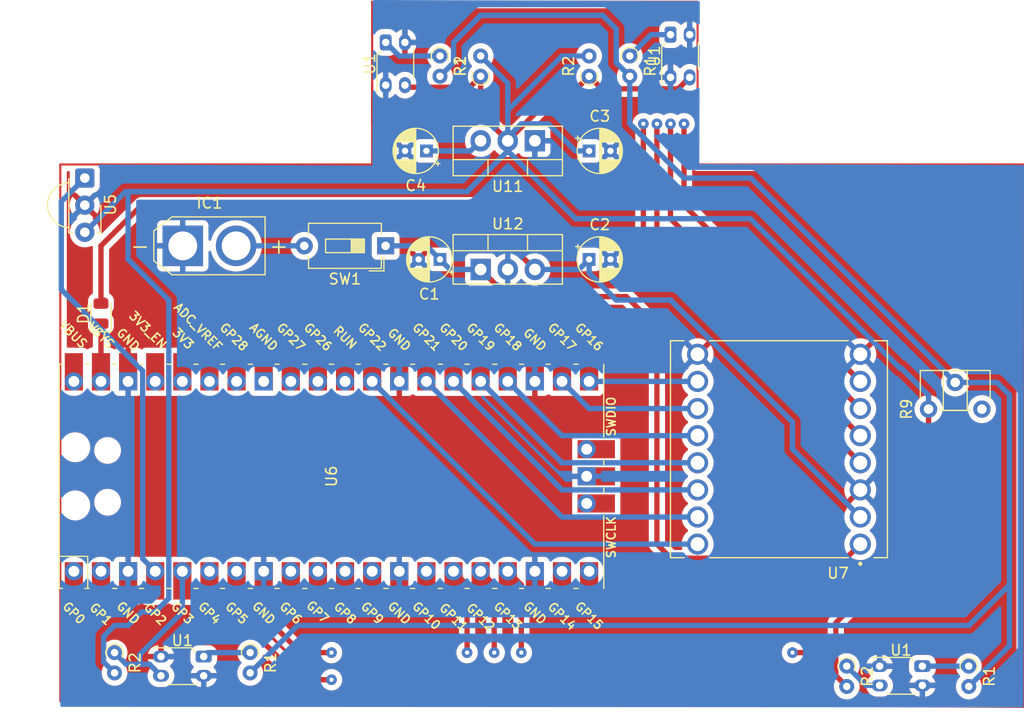
<source format=kicad_pcb>
(kicad_pcb (version 20211014) (generator pcbnew)
  (layers (0 "F.Cu" signal) (31 "B.Cu" signal) (34 "B.Paste" user) (35 "F.Paste" user) (36 "B.SilkS" user "B.Silkscreen") (37 "F.SilkS" user "F.Silkscreen") (38 "B.Mask" user) (39 "F.Mask" user) (44 "Edge.Cuts" user))
  (net 0 "")
  (net 1 "GND")
  (net 2 "Net-(D1-Pad1)")
  (net 3 "Net-(R1-Pad1)")
  (net 4 "Net-(R1-Pad2)")
  (net 5 "+5V")
  (net 6 "X-SHUT")
  (net 7 "GPIO")
  (net 19 "SERIAL MONITOR")
  (net 20 "SDA VL53L0X IN")
  (net 21 "SCL VL53L0X IN")
  (net 22 "+12V")
  (net 23 "H-BRIDGE")
  (net 24 "MOTOR 2 - ")
  (net 25 "MOTOR 2 + ")
  (net 26 "MOTOR 1 + ")
  (net 27 "MOTOR 1 - ")
  (net 28 "3.3V")
  (footprint "OptoDevice:OnSemi_CASE100AQ" (layer "F.Cu") (at 66.77 86.73 -90)
    (fp_text reference "U1" (at -1.5 2) (layer "F.SilkS"))
    (fp_text value "QRE1113")
    (pad "1" thru_hole roundrect (at 0 0 270) (size 1.1 1.5) (drill 0.7) (layers *.Cu *.Mask) (net 3 "Net-(R1-Pad1)"))
    (pad "2" thru_hole oval (at 0 4 270) (size 1.1 1.5) (drill 0.7) (layers *.Cu *.Mask) (net 1 "GND"))
    (pad "3" thru_hole oval (at 1.8 4 270) (size 1.1 1.5) (drill 0.7) (layers *.Cu *.Mask) (net 7 "GPIO"))
    (pad "4" thru_hole oval (at 1.8 0 270) (size 1.1 1.5) (drill 0.7) (layers *.Cu *.Mask) (net 1 "GND"))
  )
  (footprint "Resistor_THT:R_Axial_DIN0204_L3.6mm_D1.6mm_P1.90mm_Vertical" (layer "F.Cu") (at 138.43 87.63 -90)
    (fp_text reference "R1" (at 0.95 -1.92 -90) (layer "F.SilkS"))
    (fp_text value "100")
    (pad "1" thru_hole circle (at 0 0 270) (size 1.4 1.4) (drill 0.7) (layers *.Cu *.Mask) (net 3 "Net-(R1-Pad1)"))
    (pad "2" thru_hole oval (at 1.9 0 270) (size 1.4 1.4) (drill 0.7) (layers *.Cu *.Mask) (net 4 "Net-(R1-Pad2)"))
  )
  (footprint "Resistor_THT:R_Axial_DIN0204_L3.6mm_D1.6mm_P1.90mm_Vertical" (layer "F.Cu") (at 127 87.63 -90)
    (fp_text reference "R2" (at 0.95 -1.92 -90) (layer "F.SilkS"))
    (fp_text value "10k")
    (pad "1" thru_hole circle (at 0 0 270) (size 1.4 1.4) (drill 0.7) (layers *.Cu *.Mask) (net 7 "GPIO"))
    (pad "2" thru_hole oval (at 1.9 0 270) (size 1.4 1.4) (drill 0.7) (layers *.Cu *.Mask) (net 28 "3.3V"))
  )
  (footprint "Resistor_THT:R_Axial_DIN0204_L3.6mm_D1.6mm_P1.90mm_Vertical" (layer "F.Cu") (at 58.42 86.36 -90)
    (fp_text reference "R2" (at 0.95 -1.92 -90) (layer "F.SilkS"))
    (fp_text value "10k")
    (pad "1" thru_hole circle (at 0 0 270) (size 1.4 1.4) (drill 0.7) (layers *.Cu *.Mask) (net 7 "GPIO"))
    (pad "2" thru_hole oval (at 1.9 0 270) (size 1.4 1.4) (drill 0.7) (layers *.Cu *.Mask) (net 28 "3.3V"))
  )
  (footprint "Connector_AMASS:AMASS_XT30U-M_1x02_P5.0mm_Vertical" (layer "F.Cu") (at 64.81 48.26)
    (fp_text reference "IC1" (at 2.5 -4) (layer "F.SilkS"))
    (fp_text value "XT30U-M")
    (fp_text user "+" (at 9 0) (layer "F.SilkS") (effects (font (size 1.5 1.5))))
    (fp_text user "-" (at -4 0) (layer "F.SilkS") (effects (font (size 1.5 1.5))))
    (pad "1" thru_hole rect (at 0 0) (size 3.8 3.8) (drill 2.7) (layers *.Cu *.Mask) (net 1 "GND"))
    (pad "2" thru_hole circle (at 5 0) (size 3.8 3.8) (drill 2.7) (layers *.Cu *.Mask) (net 22 "+12V"))
  )
  (footprint "Capacitor_THT:CP_Radial_D4.0mm_P2.00mm" (layer "F.Cu") (at 102.87 39.37)
    (fp_text reference "C3" (at 1 -3.25) (layer "F.SilkS"))
    (fp_text value "10uF")
    (pad "1" thru_hole rect (at 0 0) (size 1.2 1.2) (drill 0.6) (layers *.Cu *.Mask) (net 28 "3.3V"))
    (pad "2" thru_hole circle (at 2 0) (size 1.2 1.2) (drill 0.6) (layers *.Cu *.Mask) (net 1 "GND"))
  )
  (footprint "Capacitor_THT:CP_Radial_D4.0mm_P2.00mm" (layer "F.Cu") (at 102.87 49.53)
    (fp_text reference "C2" (at 1 -3.25) (layer "F.SilkS"))
    (fp_text value "22uF")
    (pad "1" thru_hole rect (at 0 0) (size 1.2 1.2) (drill 0.6) (layers *.Cu *.Mask) (net 5 "+5V"))
    (pad "2" thru_hole circle (at 2 0) (size 1.2 1.2) (drill 0.6) (layers *.Cu *.Mask) (net 1 "GND"))
  )
  (footprint "Diode_SMD:D_0805_2012Metric" (layer "F.Cu") (at 57.15 54.61 90)
    (fp_text reference "D1" (at 0 -1.65 90) (layer "F.SilkS"))
    (fp_text value "D_Schottky" hide)
    (pad "1" smd roundrect (at -0.9375 0 90) (size 0.975 1.4) (layers "F.Cu" "F.Paste" "F.Mask") (net 2 "Net-(D1-Pad1)"))
    (pad "2" smd roundrect (at 0.9375 0 90) (size 0.975 1.4) (layers "F.Cu" "F.Paste" "F.Mask") (net 5 "+5V"))
  )
  (footprint "Capacitor_THT:CP_Radial_D4.0mm_P2.00mm" (layer "F.Cu") (at 88.9 49.53 180)
    (fp_text reference "C1" (at 1 -3.25) (layer "F.SilkS"))
    (fp_text value "0,1uF")
    (pad "1" thru_hole rect (at 0 0 180) (size 1.2 1.2) (drill 0.6) (layers *.Cu *.Mask) (net 22 "+12V"))
    (pad "2" thru_hole circle (at 2 0 180) (size 1.2 1.2) (drill 0.6) (layers *.Cu *.Mask) (net 1 "GND"))
  )
  (footprint "Package_TO_SOT_THT:TO-220-3_Vertical" (layer "F.Cu") (at 92.71 50.475)
    (fp_text reference "U12" (at 2.54 -4.27) (layer "F.SilkS"))
    (fp_text value "LM7805_TO220")
    (pad "1" thru_hole rect (at 0 0) (size 1.905 2) (drill 1.1) (layers *.Cu *.Mask) (net 22 "+12V"))
    (pad "2" thru_hole oval (at 2.54 0) (size 1.905 2) (drill 1.1) (layers *.Cu *.Mask) (net 1 "GND"))
    (pad "3" thru_hole oval (at 5.08 0) (size 1.905 2) (drill 1.1) (layers *.Cu *.Mask) (net 5 "+5V"))
  )
  (footprint "Resistor_THT:R_Axial_DIN0204_L3.6mm_D1.6mm_P1.90mm_Vertical" (layer "F.Cu") (at 106.68 30.48 -90)
    (fp_text reference "R1" (at 0.95 -1.92 90) (layer "F.SilkS"))
    (fp_text value "100")
    (pad "1" thru_hole circle (at 0 0 270) (size 1.4 1.4) (drill 0.7) (layers *.Cu *.Mask) (net 3 "Net-(R1-Pad1)"))
    (pad "2" thru_hole oval (at 1.9 0 270) (size 1.4 1.4) (drill 0.7) (layers *.Cu *.Mask) (net 4 "Net-(R1-Pad2)"))
  )
  (footprint "KiCAD FS:MODULE_ROB-14450" (layer "F.Cu") (at 120.65 67.31 180)
    (fp_text reference "U7" (at -5.5332 -11.6132 180) (layer "F.SilkS"))
    (fp_text value "ROB-14450")
    (pad "1" thru_hole circle locked (at -7.62 -8.89 180) (size 1.98 1.98) (drill 1.32) (layers *.Cu *.Mask) (net 22 "+12V"))
    (pad "2" thru_hole circle locked (at -7.62 -6.35 180) (size 1.98 1.98) (drill 1.32) (layers *.Cu *.Mask) (net 5 "+5V"))
    (pad "3" thru_hole circle locked (at -7.62 -3.81 180) (size 1.98 1.98) (drill 1.32) (layers *.Cu *.Mask) (net 1 "GND"))
    (pad "4" thru_hole circle locked (at -7.62 -1.27 180) (size 1.98 1.98) (drill 1.32) (layers *.Cu *.Mask) (net 27 "MOTOR 1 - "))
    (pad "5" thru_hole circle locked (at -7.62 1.27 180) (size 1.98 1.98) (drill 1.32) (layers *.Cu *.Mask) (net 26 "MOTOR 1 + "))
    (pad "6" thru_hole circle locked (at -7.62 3.81 180) (size 1.98 1.98) (drill 1.32) (layers *.Cu *.Mask) (net 25 "MOTOR 2 + "))
    (pad "7" thru_hole circle locked (at -7.62 6.35 180) (size 1.98 1.98) (drill 1.32) (layers *.Cu *.Mask) (net 24 "MOTOR 2 - "))
    (pad "8" thru_hole circle locked (at -7.62 8.89 180) (size 1.98 1.98) (drill 1.32) (layers *.Cu *.Mask) (net 1 "GND"))
    (pad "9" thru_hole circle locked (at 7.62 8.89 180) (size 1.98 1.98) (drill 1.32) (layers *.Cu *.Mask) (net 1 "GND"))
    (pad "10" thru_hole circle locked (at 7.62 6.35 180) (size 1.98 1.98) (drill 1.32) (layers *.Cu *.Mask) (net 23 "H-BRIDGE"))
    (pad "11" thru_hole circle locked (at 7.62 3.81 180) (size 1.98 1.98) (drill 1.32) (layers *.Cu *.Mask) (net 23 "H-BRIDGE"))
    (pad "12" thru_hole circle locked (at 7.62 1.27 180) (size 1.98 1.98) (drill 1.32) (layers *.Cu *.Mask) (net 23 "H-BRIDGE"))
    (pad "13" thru_hole circle locked (at 7.62 -1.27 180) (size 1.98 1.98) (drill 1.32) (layers *.Cu *.Mask) (net 23 "H-BRIDGE"))
    (pad "14" thru_hole circle locked (at 7.62 -3.81 180) (size 1.98 1.98) (drill 1.32) (layers *.Cu *.Mask) (net 23 "H-BRIDGE"))
    (pad "15" thru_hole circle locked (at 7.62 -6.35 180) (size 1.98 1.98) (drill 1.32) (layers *.Cu *.Mask) (net 23 "H-BRIDGE"))
    (pad "16" thru_hole circle locked (at 7.62 -8.89 180) (size 1.98 1.98) (drill 1.32) (layers *.Cu *.Mask) (net 23 "H-BRIDGE"))
  )
  (footprint "Button_Switch_THT:SW_DIP_SPSTx01_Slide_6.7x4.1mm_W7.62mm_P2.54mm_LowProfile" (layer "F.Cu") (at 83.81 48.26 180)
    (fp_text reference "SW1" (at 3.81 -3.11) (layer "F.SilkS"))
    (fp_text value "SW_DIP_x01")
    (pad "1" thru_hole rect (at 0 0 180) (size 1.6 1.6) (drill 0.8) (layers *.Cu *.Mask) (net 22 "+12V"))
    (pad "2" thru_hole oval (at 7.62 0 180) (size 1.6 1.6) (drill 0.8) (layers *.Cu *.Mask) (net 22 "+12V"))
  )
  (footprint "Capacitor_THT:CP_Radial_D4.0mm_P2.00mm" (layer "F.Cu") (at 87.63 39.37 180)
    (fp_text reference "C4" (at 1 -3.25) (layer "F.SilkS"))
    (fp_text value "10uF")
    (pad "1" thru_hole rect (at 0 0 180) (size 1.2 1.2) (drill 0.6) (layers *.Cu *.Mask) (net 22 "+12V"))
    (pad "2" thru_hole circle (at 2 0 180) (size 1.2 1.2) (drill 0.6) (layers *.Cu *.Mask) (net 1 "GND"))
  )
  (footprint "OptoDevice:OnSemi_CASE100AQ" (layer "F.Cu") (at 134.08 87.63 -90)
    (fp_text reference "U1" (at -1.5 2) (layer "F.SilkS"))
    (fp_text value "QRE1113")
    (pad "1" thru_hole roundrect (at 0 0 270) (size 1.1 1.5) (drill 0.7) (layers F&B.Cu *.Mask) (net 3 "Net-(R1-Pad1)"))
    (pad "2" thru_hole oval (at 0 4 270) (size 1.1 1.5) (drill 0.7) (layers F&B.Cu *.Mask) (net 1 "GND"))
    (pad "3" thru_hole oval (at 1.8 4 270) (size 1.1 1.5) (drill 0.7) (layers F&B.Cu *.Mask) (net 7 "GPIO"))
    (pad "4" thru_hole oval (at 1.8 0 270) (size 1.1 1.5) (drill 0.7) (layers F&B.Cu *.Mask) (net 1 "GND"))
  )
  (footprint "OptoDevice:OnSemi_CASE100AQ" (layer "F.Cu") (at 110.49 28.48)
    (fp_text reference "U1" (at -1.5 2 90) (layer "F.SilkS"))
    (fp_text value "QRE1113")
    (pad "1" thru_hole roundrect (at 0 0) (size 1.1 1.5) (drill 0.7) (layers F&B.Cu *.Mask) (net 3 "Net-(R1-Pad1)"))
    (pad "2" thru_hole oval (at 0 4) (size 1.1 1.5) (drill 0.7) (layers F&B.Cu *.Mask) (net 1 "GND"))
    (pad "3" thru_hole oval (at 1.8 4) (size 1.1 1.5) (drill 0.7) (layers F&B.Cu *.Mask) (net 7 "GPIO"))
    (pad "4" thru_hole oval (at 1.8 0) (size 1.1 1.5) (drill 0.7) (layers F&B.Cu *.Mask) (net 1 "GND"))
  )
  (footprint "Resistor_THT:R_Axial_DIN0204_L3.6mm_D1.6mm_P1.90mm_Vertical" (layer "F.Cu") (at 71.12 86.36 -90)
    (fp_text reference "R1" (at 0.95 -1.92 -90) (layer "F.SilkS"))
    (fp_text value "100")
    (pad "1" thru_hole circle (at 0 0 270) (size 1.4 1.4) (drill 0.7) (layers *.Cu *.Mask) (net 3 "Net-(R1-Pad1)"))
    (pad "2" thru_hole oval (at 1.9 0 270) (size 1.4 1.4) (drill 0.7) (layers *.Cu *.Mask) (net 4 "Net-(R1-Pad2)"))
  )
  (footprint "MCU_Raspberry:RPi_Pico_SMD_TH" (layer "F.Cu") (at 78.74 69.85 90)
    (fp_text reference "U6" (at 0 0 90) (layer "F.SilkS"))
    (fp_text value "Pico")
    (fp_text user "GP22" (at 13.054 3.81 135) (layer "F.SilkS") (effects (font (size 0.8 0.8))))
    (fp_text user "GP10" (at -13.054 8.89 135) (layer "F.SilkS") (effects (font (size 0.8 0.8))))
    (fp_text user "3V3_EN" (at 13.7 -17.2 135) (layer "F.SilkS") (effects (font (size 0.8 0.8))))
    (fp_text user "GP12" (at -13.2 13.97 135) (layer "F.SilkS") (effects (font (size 0.8 0.8))))
    (fp_text user "GP26" (at 13.054 -1.27 135) (layer "F.SilkS") (effects (font (size 0.8 0.8))))
    (fp_text user "GND" (at 12.8 6.35 135) (layer "F.SilkS") (effects (font (size 0.8 0.8))))
    (fp_text user "AGND" (at 13.054 -6.35 135) (layer "F.SilkS") (effects (font (size 0.8 0.8))))
    (fp_text user "GND" (at -12.8 -6.35 135) (layer "F.SilkS") (effects (font (size 0.8 0.8))))
    (fp_text user "GND" (at -12.8 -19.05 135) (layer "F.SilkS") (effects (font (size 0.8 0.8))))
    (fp_text user "GP20" (at 13.054 11.43 135) (layer "F.SilkS") (effects (font (size 0.8 0.8))))
    (fp_text user "RUN" (at 13 1.27 135) (layer "F.SilkS") (effects (font (size 0.8 0.8))))
    (fp_text user "ADC_VREF" (at 14 -12.5 135) (layer "F.SilkS") (effects (font (size 0.8 0.8))))
    (fp_text user "VSYS" (at 13.2 -21.59 135) (layer "F.SilkS") (effects (font (size 0.8 0.8))))
    (fp_text user "GP4" (at -12.8 -11.43 135) (layer "F.SilkS") (effects (font (size 0.8 0.8))))
    (fp_text user "GP19" (at 13.054 13.97 135) (layer "F.SilkS") (effects (font (size 0.8 0.8))))
    (fp_text user "SWDIO" (at 5.6 26.2 90) (layer "F.SilkS") (effects (font (size 0.8 0.8))))
    (fp_text user "GND" (at -12.8 6.35 135) (layer "F.SilkS") (effects (font (size 0.8 0.8))))
    (fp_text user "GP0" (at -12.8 -24.13 135) (layer "F.SilkS") (effects (font (size 0.8 0.8))))
    (fp_text user "GP27" (at 13.054 -3.8 135) (layer "F.SilkS") (effects (font (size 0.8 0.8))))
    (fp_text user "GP8" (at -12.8 1.27 135) (layer "F.SilkS") (effects (font (size 0.8 0.8))))
    (fp_text user "GP5" (at -12.8 -8.89 135) (layer "F.SilkS") (effects (font (size 0.8 0.8))))
    (fp_text user "VBUS" (at 13.3 -24.2 135) (layer "F.SilkS") (effects (font (size 0.8 0.8))))
    (fp_text user "SWCLK" (at -5.7 26.2 90) (layer "F.SilkS") (effects (font (size 0.8 0.8))))
    (fp_text user "GP7" (at -12.7 -1.3 135) (layer "F.SilkS") (effects (font (size 0.8 0.8))))
    (fp_text user "GP1" (at -12.9 -21.6 135) (layer "F.SilkS") (effects (font (size 0.8 0.8))))
    (fp_text user "GP9" (at -12.8 3.81 135) (layer "F.SilkS") (effects (font (size 0.8 0.8))))
    (fp_text user "GP17" (at 13.054 21.59 135) (layer "F.SilkS") (effects (font (size 0.8 0.8))))
    (fp_text user "GP28" (at 13.054 -9.144 135) (layer "F.SilkS") (effects (font (size 0.8 0.8))))
    (fp_text user "GND" (at 12.8 19.05 135) (layer "F.SilkS") (effects (font (size 0.8 0.8))))
    (fp_text user "GND" (at -12.8 19.05 135) (layer "F.SilkS") (effects (font (size 0.8 0.8))))
    (fp_text user "GP6" (at -12.8 -3.81 135) (layer "F.SilkS") (effects (font (size 0.8 0.8))))
    (fp_text user "GP13" (at -13.054 16.51 135) (layer "F.SilkS") (effects (font (size 0.8 0.8))))
    (fp_text user "GP14" (at -13.1 21.59 135) (layer "F.SilkS") (effects (font (size 0.8 0.8))))
    (fp_text user "GP2" (at -12.9 -16.51 135) (layer "F.SilkS") (effects (font (size 0.8 0.8))))
    (fp_text user "GP3" (at -12.8 -13.97 135) (layer "F.SilkS") (effects (font (size 0.8 0.8))))
    (fp_text user "GND" (at 12.8 -19.05 135) (layer "F.SilkS") (effects (font (size 0.8 0.8))))
    (fp_text user "3V3" (at 12.9 -13.9 135) (layer "F.SilkS") (effects (font (size 0.8 0.8))))
    (fp_text user "GP15" (at -13.054 24.13 135) (layer "F.SilkS") (effects (font (size 0.8 0.8))))
    (fp_text user "GP11" (at -13.2 11.43 135) (layer "F.SilkS") (effects (font (size 0.8 0.8))))
    (fp_text user "GP18" (at 13.054 16.51 135) (layer "F.SilkS") (effects (font (size 0.8 0.8))))
    (fp_text user "GP21" (at 13.054 8.9 135) (layer "F.SilkS") (effects (font (size 0.8 0.8))))
    (fp_text user "GP16" (at 13.054 24.13 135) (layer "F.SilkS") (effects (font (size 0.8 0.8))))
    (pad "" np_thru_hole oval (at -2.725 -24 90) (size 1.8 1.8) (drill 1.8) (layers *.Cu *.Mask))
    (pad "" np_thru_hole oval (at -2.425 -20.97 90) (size 1.5 1.5) (drill 1.5) (layers *.Cu *.Mask))
    (pad "" np_thru_hole oval (at 2.425 -20.97 90) (size 1.5 1.5) (drill 1.5) (layers *.Cu *.Mask))
    (pad "" np_thru_hole oval (at 2.725 -24 90) (size 1.8 1.8) (drill 1.8) (layers *.Cu *.Mask))
    (pad "1" smd rect (at -8.89 -24.13 90) (size 3.5 1.7) (drill (offset -0.9 0)) (layers "F.Cu" "F.Mask") (net 19 "SERIAL MONITOR"))
    (pad "1" thru_hole oval (at -8.89 -24.13 90) (size 1.7 1.7) (drill 1.02) (layers *.Cu *.Mask) (net 19 "SERIAL MONITOR"))
    (pad "2" thru_hole oval (at -8.89 -21.59 90) (size 1.7 1.7) (drill 1.02) (layers *.Cu *.Mask) (net 19 "SERIAL MONITOR"))
    (pad "2" smd rect (at -8.89 -21.59 90) (size 3.5 1.7) (drill (offset -0.9 0)) (layers "F.Cu" "F.Mask") (net 19 "SERIAL MONITOR"))
    (pad "3" smd rect (at -8.89 -19.05 90) (size 3.5 1.7) (drill (offset -0.9 0)) (layers "F.Cu" "F.Mask") (net 1 "GND"))
    (pad "3" thru_hole rect (at -8.89 -19.05 90) (size 1.7 1.7) (drill 1.02) (layers *.Cu *.Mask) (net 1 "GND"))
    (pad "4" smd rect (at -8.89 -16.51 90) (size 3.5 1.7) (drill (offset -0.9 0)) (layers "F.Cu" "F.Mask") (net 7 "GPIO"))
    (pad "4" thru_hole oval (at -8.89 -16.51 90) (size 1.7 1.7) (drill 1.02) (layers *.Cu *.Mask) (net 7 "GPIO"))
    (pad "5" smd rect (at -8.89 -13.97 90) (size 3.5 1.7) (drill (offset -0.9 0)) (layers "F.Cu" "F.Mask") (net 7 "GPIO"))
    (pad "5" thru_hole oval (at -8.89 -13.97 90) (size 1.7 1.7) (drill 1.02) (layers *.Cu *.Mask) (net 7 "GPIO"))
    (pad "6" thru_hole oval (at -8.89 -11.43 90) (size 1.7 1.7) (drill 1.02) (layers *.Cu *.Mask) (net 20 "SDA VL53L0X IN"))
    (pad "6" smd rect (at -8.89 -11.43 90) (size 3.5 1.7) (drill (offset -0.9 0)) (layers "F.Cu" "F.Mask") (net 20 "SDA VL53L0X IN"))
    (pad "7" smd rect (at -8.89 -8.89 90) (size 3.5 1.7) (drill (offset -0.9 0)) (layers "F.Cu" "F.Mask") (net 21 "SCL VL53L0X IN"))
    (pad "7" thru_hole oval (at -8.89 -8.89 90) (size 1.7 1.7) (drill 1.02) (layers *.Cu *.Mask) (net 21 "SCL VL53L0X IN"))
    (pad "8" smd rect (at -8.89 -6.35 90) (size 3.5 1.7) (drill (offset -0.9 0)) (layers "F.Cu" "F.Mask") (net 1 "GND"))
    (pad "8" thru_hole rect (at -8.89 -6.35 90) (size 1.7 1.7) (drill 1.02) (layers *.Cu *.Mask) (net 1 "GND"))
    (pad "9" thru_hole oval (at -8.89 -3.81 90) (size 1.7 1.7) (drill 1.02) (layers *.Cu *.Mask) (net 7 "GPIO"))
    (pad "9" smd rect (at -8.89 -3.81 90) (size 3.5 1.7) (drill (offset -0.9 0)) (layers "F.Cu" "F.Mask") (net 7 "GPIO"))
    (pad "10" thru_hole oval (at -8.89 -1.27 90) (size 1.7 1.7) (drill 1.02) (layers *.Cu *.Mask) (net 7 "GPIO"))
    (pad "10" smd rect (at -8.89 -1.27 90) (size 3.5 1.7) (drill (offset -0.9 0)) (layers "F.Cu" "F.Mask") (net 7 "GPIO"))
    (pad "11" smd rect (at -8.89 1.27 90) (size 3.5 1.7) (drill (offset -0.9 0)) (layers "F.Cu" "F.Mask") (net 7 "GPIO"))
    (pad "11" thru_hole oval (at -8.89 1.27 90) (size 1.7 1.7) (drill 1.02) (layers *.Cu *.Mask) (net 7 "GPIO"))
    (pad "12" thru_hole oval (at -8.89 3.81 90) (size 1.7 1.7) (drill 1.02) (layers *.Cu *.Mask) (net 7 "GPIO"))
    (pad "12" smd rect (at -8.89 3.81 90) (size 3.5 1.7) (drill (offset -0.9 0)) (layers "F.Cu" "F.Mask") (net 7 "GPIO"))
    (pad "13" thru_hole rect (at -8.89 6.35 90) (size 1.7 1.7) (drill 1.02) (layers *.Cu *.Mask) (net 1 "GND"))
    (pad "13" smd rect (at -8.89 6.35 90) (size 3.5 1.7) (drill (offset -0.9 0)) (layers "F.Cu" "F.Mask") (net 1 "GND"))
    (pad "14" smd rect (at -8.89 8.89 90) (size 3.5 1.7) (drill (offset -0.9 0)) (layers "F.Cu" "F.Mask") (net 7 "GPIO"))
    (pad "14" thru_hole oval (at -8.89 8.89 90) (size 1.7 1.7) (drill 1.02) (layers *.Cu *.Mask) (net 7 "GPIO"))
    (pad "15" smd rect (at -8.89 11.43 90) (size 3.5 1.7) (drill (offset -0.9 0)) (layers "F.Cu" "F.Mask") (net 6 "X-SHUT"))
    (pad "15" thru_hole oval (at -8.89 11.43 90) (size 1.7 1.7) (drill 1.02) (layers *.Cu *.Mask) (net 6 "X-SHUT"))
    (pad "16" smd rect (at -8.89 13.97 90) (size 3.5 1.7) (drill (offset -0.9 0)) (layers "F.Cu" "F.Mask") (net 6 "X-SHUT"))
    (pad "16" thru_hole oval (at -8.89 13.97 90) (size 1.7 1.7) (drill 1.02) (layers *.Cu *.Mask) (net 6 "X-SHUT"))
    (pad "17" thru_hole oval (at -8.89 16.51 90) (size 1.7 1.7) (drill 1.02) (layers *.Cu *.Mask) (net 6 "X-SHUT"))
    (pad "17" smd rect (at -8.89 16.51 90) (size 3.5 1.7) (drill (offset -0.9 0)) (layers "F.Cu" "F.Mask") (net 6 "X-SHUT"))
    (pad "18" thru_hole rect (at -8.89 19.05 90) (size 1.7 1.7) (drill 1.02) (layers *.Cu *.Mask) (net 1 "GND"))
    (pad "18" smd rect (at -8.89 19.05 90) (size 3.5 1.7) (drill (offset -0.9 0)) (layers "F.Cu" "F.Mask") (net 1 "GND"))
    (pad "19" thru_hole oval (at -8.89 21.59 90) (size 1.7 1.7) (drill 1.02) (layers *.Cu *.Mask) (net 7 "GPIO"))
    (pad "19" smd rect (at -8.89 21.59 90) (size 3.5 1.7) (drill (offset -0.9 0)) (layers "F.Cu" "F.Mask") (net 7 "GPIO"))
    (pad "20" thru_hole oval (at -8.89 24.13 90) (size 1.7 1.7) (drill 1.02) (layers *.Cu *.Mask) (net 7 "GPIO"))
    (pad "20" smd rect (at -8.89 24.13 90) (size 3.5 1.7) (drill (offset -0.9 0)) (layers "F.Cu" "F.Mask") (net 7 "GPIO"))
    (pad "21" thru_hole oval (at 8.89 24.13 90) (size 1.7 1.7) (drill 1.02) (layers *.Cu *.Mask) (net 23 "H-BRIDGE"))
    (pad "21" smd rect (at 8.89 24.13 90) (size 3.5 1.7) (drill (offset 0.9 0)) (layers "F.Cu" "F.Mask") (net 23 "H-BRIDGE"))
    (pad "22" smd rect (at 8.89 21.59 90) (size 3.5 1.7) (drill (offset 0.9 0)) (layers "F.Cu" "F.Mask") (net 23 "H-BRIDGE"))
    (pad "22" thru_hole oval (at 8.89 21.59 90) (size 1.7 1.7) (drill 1.02) (layers *.Cu *.Mask) (net 23 "H-BRIDGE"))
    (pad "23" thru_hole rect (at 8.89 19.05 90) (size 1.7 1.7) (drill 1.02) (layers *.Cu *.Mask) (net 1 "GND"))
    (pad "23" smd rect (at 8.89 19.05 90) (size 3.5 1.7) (drill (offset 0.9 0)) (layers "F.Cu" "F.Mask") (net 1 "GND"))
    (pad "24" thru_hole oval (at 8.89 16.51 90) (size 1.7 1.7) (drill 1.02) (layers *.Cu *.Mask) (net 23 "H-BRIDGE"))
    (pad "24" smd rect (at 8.89 16.51 90) (size 3.5 1.7) (drill (offset 0.9 0)) (layers "F.Cu" "F.Mask") (net 23 "H-BRIDGE"))
    (pad "25" thru_hole oval (at 8.89 13.97 90) (size 1.7 1.7) (drill 1.02) (layers *.Cu *.Mask) (net 23 "H-BRIDGE"))
    (pad "25" smd rect (at 8.89 13.97 90) (size 3.5 1.7) (drill (offset 0.9 0)) (layers "F.Cu" "F.Mask") (net 23 "H-BRIDGE"))
    (pad "26" thru_hole oval (at 8.89 11.43 90) (size 1.7 1.7) (drill 1.02) (layers *.Cu *.Mask) (net 23 "H-BRIDGE"))
    (pad "26" smd rect (at 8.89 11.43 90) (size 3.5 1.7) (drill (offset 0.9 0)) (layers "F.Cu" "F.Mask") (net 23 "H-BRIDGE"))
    (pad "27" thru_hole oval (at 8.89 8.89 90) (size 1.7 1.7) (drill 1.02) (layers *.Cu *.Mask) (net 23 "H-BRIDGE"))
    (pad "27" smd rect (at 8.89 8.89 90) (size 3.5 1.7) (drill (offset 0.9 0)) (layers "F.Cu" "F.Mask") (net 23 "H-BRIDGE"))
    (pad "28" thru_hole rect (at 8.89 6.35 90) (size 1.7 1.7) (drill 1.02) (layers *.Cu *.Mask) (net 1 "GND"))
    (pad "28" smd rect (at 8.89 6.35 90) (size 3.5 1.7) (drill (offset 0.9 0)) (layers "F.Cu" "F.Mask") (net 1 "GND"))
    (pad "29" smd rect (at 8.89 3.81 90) (size 3.5 1.7) (drill (offset 0.9 0)) (layers "F.Cu" "F.Mask") (net 23 "H-BRIDGE"))
    (pad "29" thru_hole oval (at 8.89 3.81 90) (size 1.7 1.7) (drill 1.02) (layers *.Cu *.Mask) (net 23 "H-BRIDGE"))
    (pad "30" thru_hole oval (at 8.89 1.27 90) (size 1.7 1.7) (drill 1.02) (layers *.Cu *.Mask))
    (pad "30" smd rect (at 8.89 1.27 90) (size 3.5 1.7) (drill (offset 0.9 0)) (layers "F.Cu" "F.Mask"))
    (pad "31" smd rect (at 8.89 -1.27 90) (size 3.5 1.7) (drill (offset 0.9 0)) (layers "F.Cu" "F.Mask"))
    (pad "31" thru_hole oval (at 8.89 -1.27 90) (size 1.7 1.7) (drill 1.02) (layers *.Cu *.Mask))
    (pad "32" thru_hole oval (at 8.89 -3.81 90) (size 1.7 1.7) (drill 1.02) (layers *.Cu *.Mask))
    (pad "32" smd rect (at 8.89 -3.81 90) (size 3.5 1.7) (drill (offset 0.9 0)) (layers "F.Cu" "F.Mask"))
    (pad "33" smd rect (at 8.89 -6.35 90) (size 3.5 1.7) (drill (offset 0.9 0)) (layers "F.Cu" "F.Mask"))
    (pad "33" thru_hole rect (at 8.89 -6.35 90) (size 1.7 1.7) (drill 1.02) (layers *.Cu *.Mask))
    (pad "34" thru_hole oval (at 8.89 -8.89 90) (size 1.7 1.7) (drill 1.02) (layers *.Cu *.Mask))
    (pad "34" smd rect (at 8.89 -8.89 90) (size 3.5 1.7) (drill (offset 0.9 0)) (layers "F.Cu" "F.Mask"))
    (pad "35" smd rect (at 8.89 -11.43 90) (size 3.5 1.7) (drill (offset 0.9 0)) (layers "F.Cu" "F.Mask"))
    (pad "35" thru_hole oval (at 8.89 -11.43 90) (size 1.7 1.7) (drill 1.02) (layers *.Cu *.Mask))
    (pad "36" thru_hole oval (at 8.89 -13.97 90) (size 1.7 1.7) (drill 1.02) (layers *.Cu *.Mask))
    (pad "36" smd rect (at 8.89 -13.97 90) (size 3.5 1.7) (drill (offset 0.9 0)) (layers "F.Cu" "F.Mask"))
    (pad "37" thru_hole oval (at 8.89 -16.51 90) (size 1.7 1.7) (drill 1.02) (layers *.Cu *.Mask))
    (pad "37" smd rect (at 8.89 -16.51 90) (size 3.5 1.7) (drill (offset 0.9 0)) (layers "F.Cu" "F.Mask"))
    (pad "38" smd rect (at 8.89 -19.05 90) (size 3.5 1.7) (drill (offset 0.9 0)) (layers "F.Cu" "F.Mask") (net 1 "GND"))
    (pad "38" thru_hole rect (at 8.89 -19.05 90) (size 1.7 1.7) (drill 1.02) (layers *.Cu *.Mask) (net 1 "GND"))
    (pad "39" thru_hole oval (at 8.89 -21.59 90) (size 1.7 1.7) (drill 1.02) (layers *.Cu *.Mask) (net 2 "Net-(D1-Pad1)"))
    (pad "39" smd rect (at 8.89 -21.59 90) (size 3.5 1.7) (drill (offset 0.9 0)) (layers "F.Cu" "F.Mask") (net 2 "Net-(D1-Pad1)"))
    (pad "40" smd rect (at 8.89 -24.13 90) (size 3.5 1.7) (drill (offset 0.9 0)) (layers "F.Cu" "F.Mask"))
    (pad "40" thru_hole oval (at 8.89 -24.13 90) (size 1.7 1.7) (drill 1.02) (layers *.Cu *.Mask))
    (pad "41" smd rect (at -2.54 23.9 180) (size 3.5 1.7) (drill (offset -0.9 0)) (layers "F.Cu" "F.Mask"))
    (pad "41" thru_hole oval (at -2.54 23.9 90) (size 1.7 1.7) (drill 1.02) (layers *.Cu *.Mask))
    (pad "42" smd rect (at 0 23.9 180) (size 3.5 1.7) (drill (offset -0.9 0)) (layers "F.Cu" "F.Mask") (net 1 "GND"))
    (pad "42" thru_hole rect (at 0 23.9 90) (size 1.7 1.7) (drill 1.02) (layers *.Cu *.Mask) (net 1 "GND"))
    (pad "43" smd rect (at 2.54 23.9 180) (size 3.5 1.7) (drill (offset -0.9 0)) (layers "F.Cu" "F.Mask"))
    (pad "43" thru_hole oval (at 2.54 23.9 90) (size 1.7 1.7) (drill 1.02) (layers *.Cu *.Mask))
  )
  (footprint "Resistor_THT:R_Axial_DIN0204_L3.6mm_D1.6mm_P1.90mm_Vertical" (layer "F.Cu") (at 102.87 32.38 90)
    (fp_text reference "R2" (at 0.95 -1.92 90) (layer "F.SilkS"))
    (fp_text value "10k")
    (pad "1" thru_hole circle (at 0 0 90) (size 1.4 1.4) (drill 0.7) (layers *.Cu *.Mask) (net 7 "GPIO"))
    (pad "2" thru_hole oval (at 1.9 0 90) (size 1.4 1.4) (drill 0.7) (layers *.Cu *.Mask) (net 28 "3.3V"))
  )
  (footprint "OptoDevice:Vishay_MINICAST-3Pin" (layer "F.Cu") (at 55.635 41.91 -90)
    (fp_text reference "U5" (at 2.5 -2.4 90) (layer "F.SilkS"))
    (fp_text value "TSOP382xx")
    (pad "1" thru_hole roundrect (at 0 0 270) (size 1.8 1.8) (drill 0.9) (layers *.Cu *.Mask) (roundrect_rratio 0.139) (net 7 "GPIO"))
    (pad "2" thru_hole circle (at 2.54 0 270) (size 1.8 1.8) (drill 0.9) (layers *.Cu *.Mask) (net 1 "GND"))
    (pad "3" thru_hole circle (at 5.08 0 270) (size 1.8 1.8) (drill 0.9) (layers *.Cu *.Mask) (net 28 "3.3V"))
  )
  (footprint "OptoDevice:OnSemi_CASE100AQ" (layer "F.Cu") (at 83.82 29.21)
    (fp_text reference "U1" (at -1.5 2 90) (layer "F.SilkS"))
    (fp_text value "QRE1113")
    (pad "1" thru_hole roundrect (at 0 0) (size 1.1 1.5) (drill 0.7) (layers F&B.Cu *.Mask) (net 3 "Net-(R1-Pad1)"))
    (pad "2" thru_hole oval (at 0 4) (size 1.1 1.5) (drill 0.7) (layers F&B.Cu *.Mask) (net 1 "GND"))
    (pad "3" thru_hole oval (at 1.8 4) (size 1.1 1.5) (drill 0.7) (layers F&B.Cu *.Mask) (net 7 "GPIO"))
    (pad "4" thru_hole oval (at 1.8 0) (size 1.1 1.5) (drill 0.7) (layers F&B.Cu *.Mask) (net 1 "GND"))
  )
  (footprint "Package_TO_SOT_THT:TO-220-3_Vertical" (layer "F.Cu") (at 97.79 38.425 180)
    (fp_text reference "U11" (at 2.54 -4.27) (layer "F.SilkS"))
    (fp_text value "LD1086V33-DG")
    (pad "1" thru_hole rect (at 0 0 180) (size 1.905 2) (drill 1.1) (layers *.Cu *.Mask) (net 1 "GND"))
    (pad "2" thru_hole oval (at 2.54 0 180) (size 1.905 2) (drill 1.1) (layers *.Cu *.Mask) (net 28 "3.3V"))
    (pad "3" thru_hole oval (at 5.08 0 180) (size 1.905 2) (drill 1.1) (layers *.Cu *.Mask) (net 22 "+12V"))
  )
  (footprint "Resistor_THT:R_Axial_DIN0204_L3.6mm_D1.6mm_P1.90mm_Vertical" (layer "F.Cu") (at 88.9 30.48 -90)
    (fp_text reference "R1" (at 0.95 -1.92 90) (layer "F.SilkS"))
    (fp_text value "100")
    (pad "1" thru_hole circle (at 0 0 270) (size 1.4 1.4) (drill 0.7) (layers *.Cu *.Mask) (net 3 "Net-(R1-Pad1)"))
    (pad "2" thru_hole oval (at 1.9 0 270) (size 1.4 1.4) (drill 0.7) (layers *.Cu *.Mask) (net 4 "Net-(R1-Pad2)"))
  )
  (footprint "Resistor_THT:R_Axial_DIN0204_L3.6mm_D1.6mm_P1.90mm_Vertical" (layer "F.Cu") (at 92.71 32.38 90)
    (fp_text reference "R2" (at 0.95 -1.92 90) (layer "F.SilkS"))
    (fp_text value "10k")
    (pad "1" thru_hole circle (at 0 0 90) (size 1.4 1.4) (drill 0.7) (layers *.Cu *.Mask) (net 7 "GPIO"))
    (pad "2" thru_hole oval (at 1.9 0 90) (size 1.4 1.4) (drill 0.7) (layers *.Cu *.Mask) (net 28 "3.3V"))
  )
  (footprint "Potentiometer_THT:Potentiometer_ACP_CA6-H2,5_Horizontal" (layer "F.Cu") (at 134.66 63.555 90)
    (fp_text reference "R9" (at 0 -2.06 90) (layer "F.SilkS"))
    (fp_text value "R_Trim")
    (pad "1" thru_hole circle (at 0 0 90) (size 1.62 1.62) (drill 0.9) (layers *.Cu *.Mask) (net 28 "3.3V"))
    (pad "2" thru_hole circle (at 2.5 2.5 90) (size 1.62 1.62) (drill 0.9) (layers *.Cu *.Mask) (net 4 "Net-(R1-Pad2)"))
    (pad "3" thru_hole circle (at 0 5 90) (size 1.62 1.62) (drill 0.9) (layers *.Cu *.Mask))
  )
  (gr_line (start 143.51 40.64) (end 143.51 91.44) (layer "F.Cu") (width 0.2))
  (gr_line (start 113.03 25.4) (end 82.55 25.4) (layer "F.Cu") (width 0.2))
  (gr_line (start 143.51 91.44) (end 53.34 90.9) (layer "F.Cu") (width 0.2))
  (gr_line (start 82.55 25.4) (end 82.55 36.83) (layer "F.Cu") (width 0.2))
  (gr_line (start 113.03 33.02) (end 113.03 40.64) (layer "F.Cu") (width 0.2))
  (gr_line (start 53.34 90.9) (end 53.34 41.91) (layer "F.Cu") (width 0.2))
  (gr_line (start 53.34 40.64) (end 82.55 40.64) (layer "F.Cu") (width 0.2))
  (gr_line (start 113.03 40.64) (end 143.51 40.64) (layer "F.Cu") (width 0.2))
  (gr_line (start 53.34 41.91) (end 53.34 40.64) (layer "F.Cu") (width 0.2))
  (gr_line (start 113.03 33.02) (end 113.03 25.4) (layer "F.Cu") (width 0.2))
  (gr_line (start 82.55 40.64) (end 82.55 33.02) (layer "F.Cu") (width 0.2))
  (segment (start 97.79 60.96) (end 97.79 59.35) (width 0.5) (layer "F.Cu") (net 1))
  (segment (start 57.15 55.5475) (end 57.15 60.96) (width 0.5) (layer "F.Cu") (net 2))
  (segment (start 108.68 28.48) (end 110.49 28.48) (width 0.5) (layer "B.Cu") (net 3))
  (segment (start 71.12 86.36) (end 67.14 86.36) (width 0.5) (layer "B.Cu") (net 3))
  (segment (start 85.09 30.48) (end 83.82 29.21) (width 0.5) (layer "B.Cu") (net 3))
  (segment (start 88.9 30.48) (end 85.09 30.48) (width 0.5) (layer "B.Cu") (net 3))
  (segment (start 138.43 87.63) (end 134.08 87.63) (width 0.5) (layer "B.Cu") (net 3))
  (segment (start 67.14 86.36) (end 66.77 86.73) (width 0.5) (layer "B.Cu") (net 3))
  (segment (start 106.68 30.48) (end 108.68 28.48) (width 0.5) (layer "B.Cu") (net 3))
  (segment (start 90.17 29.21) (end 90.17 31.11) (width 0.5) (layer "B.Cu") (net 4))
  (segment (start 90.17 31.11) (end 88.9 32.38) (width 0.5) (layer "B.Cu") (net 4))
  (segment (start 106.68 35.56) (end 106.68 34.29) (width 0.5) (layer "B.Cu") (net 4))
  (segment (start 142.24 85.72) (end 138.43 89.53) (width 0.5) (layer "B.Cu") (net 4))
  (segment (start 142.24 62.23) (end 142.24 80.01) (width 0.5) (layer "B.Cu") (net 4))
  (segment (start 142.24 80.01) (end 142.24 85.72) (width 0.5) (layer "B.Cu") (net 4))
  (segment (start 137.16 61.055) (end 141.065 61.055) (width 0.5) (layer "B.Cu") (net 4))
  (segment (start 106.68 36.83) (end 106.68 35.56) (width 0.5) (layer "B.Cu") (net 4))
  (segment (start 142.24 80.01) (end 138.43 83.82) (width 0.5) (layer "B.Cu") (net 4))
  (segment (start 138.43 83.82) (end 75.56 83.82) (width 0.5) (layer "B.Cu") (net 4))
  (segment (start 105.41 31.11) (end 105.41 27.94) (width 0.5) (layer "B.Cu") (net 4))
  (segment (start 105.41 27.94) (end 104.14 26.67) (width 0.5) (layer "B.Cu") (net 4))
  (segment (start 106.68 34.29) (end 106.68 32.38) (width 0.5) (layer "B.Cu") (net 4))
  (segment (start 137.16 61.055) (end 118.015 41.91) (width 0.5) (layer "B.Cu") (net 4))
  (segment (start 106.68 32.38) (end 105.41 31.11) (width 0.5) (layer "B.Cu") (net 4))
  (segment (start 104.14 26.67) (end 92.71 26.67) (width 0.5) (layer "B.Cu") (net 4))
  (segment (start 111.76 41.91) (end 106.68 36.83) (width 0.5) (layer "B.Cu") (net 4))
  (segment (start 92.71 26.67) (end 90.17 29.21) (width 0.5) (layer "B.Cu") (net 4))
  (segment (start 141.065 61.055) (end 142.24 62.23) (width 0.5) (layer "B.Cu") (net 4))
  (segment (start 118.015 41.91) (end 111.76 41.91) (width 0.5) (layer "B.Cu") (net 4))
  (segment (start 75.56 83.82) (end 71.12 88.26) (width 0.5) (layer "B.Cu") (net 4))
  (segment (start 60.96 44.45) (end 57.15 48.26) (width 0.5) (layer "F.Cu") (net 5))
  (segment (start 57.15 48.26) (end 57.15 53.34) (width 0.5) (layer "F.Cu") (net 5))
  (segment (start 97.79 50.8) (end 97.79 50.475) (width 0.5) (layer "F.Cu") (net 5))
  (segment (start 91.765 44.45) (end 60.96 44.45) (width 0.5) (layer "F.Cu") (net 5))
  (segment (start 57.15 53.6725) (end 57.4825 53.34) (width 0.5) (layer "F.Cu") (net 5))
  (segment (start 97.79 50.475) (end 91.765 44.45) (width 0.5) (layer "F.Cu") (net 5))
  (segment (start 102.87 49.53) (end 101.925 50.475) (width 0.5) (layer "B.Cu") (net 5))
  (segment (start 121.92 64.77) (end 110.49 53.34) (width 0.5) (layer "B.Cu") (net 5))
  (segment (start 105.41 53.34) (end 102.87 50.8) (width 0.5) (layer "B.Cu") (net 5))
  (segment (start 102.87 50.8) (end 102.87 49.53) (width 0.5) (layer "B.Cu") (net 5))
  (segment (start 101.925 50.475) (end 97.79 50.475) (width 0.5) (layer "B.Cu") (net 5))
  (segment (start 128.27 73.66) (end 121.92 67.31) (width 0.5) (layer "B.Cu") (net 5))
  (segment (start 110.49 53.34) (end 105.41 53.34) (width 0.5) (layer "B.Cu") (net 5))
  (segment (start 121.92 67.31) (end 121.92 64.77) (width 0.5) (layer "B.Cu") (net 5))
  (segment (start 92.71 78.74) (end 93.98 80.01) (width 0.5) (layer "F.Cu") (net 6))
  (segment (start 96.52 80.01) (end 96.52 86.36) (width 0.5) (layer "F.Cu") (net 6))
  (segment (start 90.17 78.74) (end 91.44 80.01) (width 0.5) (layer "F.Cu") (net 6))
  (segment (start 93.98 80.01) (end 93.98 86.36) (width 0.5) (layer "F.Cu") (net 6))
  (segment (start 91.44 80.01) (end 91.44 86.36) (width 0.5) (layer "F.Cu") (net 6))
  (segment (start 95.25 78.74) (end 96.52 80.01) (width 0.5) (layer "F.Cu") (net 6))
  (via (at 93.98 86.36) (size 1) (drill 0.4) (layers "F.Cu" "B.Cu") (net 6))
  (via (at 91.44 86.36) (size 1) (drill 0.4) (layers "F.Cu" "B.Cu") (net 6))
  (via (at 96.52 86.36) (size 1) (drill 0.4) (layers "F.Cu" "B.Cu") (net 6))
  (segment (start 74.93 78.74) (end 74.93 80.01) (width 0.5) (layer "F.Cu") (net 7))
  (segment (start 127 87.63) (end 128.8 89.43) (width 0.5) (layer "B.Cu") (net 7))
  (segment (start 60.785 86.535) (end 64.77 82.55) (width 0.5) (layer "B.Cu") (net 7))
  (segment (start 61.695 87.455) (end 60.785 87.455) (width 0.5) (layer "B.Cu") (net 7))
  (segment (start 61.055 77.565) (end 62.23 78.74) (width 0.5) (layer "B.Cu") (net 7))
  (segment (start 61.055 59.975) (end 61.055 77.565) (width 0.5) (layer "B.Cu") (net 7))
  (segment (start 55.635 41.91) (end 53.435 44.11) (width 0.5) (layer "B.Cu") (net 7))
  (segment (start 53.435 52.355) (end 61.055 59.975) (width 0.5) (layer "B.Cu") (net 7))
  (segment (start 60.785 87.455) (end 59.515 87.455) (width 0.5) (layer "B.Cu") (net 7))
  (segment (start 62.77 88.53) (end 61.695 87.455) (width 0.5) (layer "B.Cu") (net 7))
  (segment (start 53.435 44.11) (end 53.435 52.355) (width 0.5) (layer "B.Cu") (net 7))
  (segment (start 59.515 87.455) (end 58.42 86.36) (width 0.5) (layer "B.Cu") (net 7))
  (segment (start 128.8 89.43) (end 130.08 89.43) (width 0.5) (layer "B.Cu") (net 7))
  (segment (start 64.77 82.55) (end 64.77 78.74) (width 0.5) (layer "B.Cu") (net 7))
  (segment (start 60.785 87.455) (end 60.785 86.535) (width 0.5) (layer "B.Cu") (net 7))
  (segment (start 75.86 88.9) (end 78.74 88.9) (width 0.5) (layer "F.Cu") (net 20))
  (segment (start 67.31 78.74) (end 67.31 80.35) (width 0.5) (layer "F.Cu") (net 20))
  (segment (start 67.31 80.35) (end 75.86 88.9) (width 0.5) (layer "F.Cu") (net 20))
  (via (at 78.74 88.9) (size 1) (drill 0.4) (layers "F.Cu" "B.Cu") (net 20))
  (segment (start 75.86 86.36) (end 69.85 80.35) (width 0.5) (layer "F.Cu") (net 21))
  (segment (start 69.85 80.35) (end 69.85 78.74) (width 0.5) (layer "F.Cu") (net 21))
  (segment (start 78.74 86.36) (end 75.86 86.36) (width 0.5) (layer "F.Cu") (net 21))
  (via (at 78.74 86.36) (size 1) (drill 0.4) (layers "F.Cu" "B.Cu") (net 21))
  (segment (start 109.22 55.88) (end 106.355 53.015) (width 0.5) (layer "F.Cu") (net 22))
  (segment (start 120.605 77.515) (end 110.535 77.515) (width 0.5) (layer "F.Cu") (net 22))
  (segment (start 110.535 77.515) (end 109.22 76.2) (width 0.5) (layer "F.Cu") (net 22))
  (segment (start 126.955 77.515) (end 120.605 77.515) (width 0.5) (layer "F.Cu") (net 22))
  (segment (start 95.25 53.015) (end 92.71 50.475) (width 0.5) (layer "F.Cu") (net 22))
  (segment (start 106.355 53.015) (end 95.25 53.015) (width 0.5) (layer "F.Cu") (net 22))
  (segment (start 109.22 76.2) (end 109.22 55.88) (width 0.5) (layer "F.Cu") (net 22))
  (segment (start 128.27 76.2) (end 126.955 77.515) (width 0.5) (layer "F.Cu") (net 22))
  (segment (start 92.71 50.475) (end 89.845 50.475) (width 0.5) (layer "B.Cu") (net 22))
  (segment (start 91.765 39.37) (end 92.71 38.425) (width 0.5) (layer "B.Cu") (net 22))
  (segment (start 88.9 49.53) (end 87.63 48.26) (width 0.5) (layer "B.Cu") (net 22))
  (segment (start 89.845 50.475) (end 88.9 49.53) (width 0.5) (layer "B.Cu") (net 22))
  (segment (start 87.63 48.26) (end 83.81 48.26) (width 0.5) (layer "B.Cu") (net 22))
  (segment (start 87.63 39.37) (end 91.765 39.37) (width 0.5) (layer "B.Cu") (net 22))
  (segment (start 76.19 48.26) (end 69.81 48.26) (width 0.5) (layer "B.Cu") (net 22))
  (segment (start 100.33 66.04) (end 95.25 60.96) (width 0.5) (layer "B.Cu") (net 23))
  (segment (start 100.33 68.58) (end 92.71 60.96) (width 0.5) (layer "B.Cu") (net 23))
  (segment (start 113.03 71.12) (end 100.33 71.12) (width 0.5) (layer "B.Cu") (net 23))
  (segment (start 113.03 66.04) (end 100.33 66.04) (width 0.5) (layer "B.Cu") (net 23))
  (segment (start 102.87 63.5) (end 100.33 60.96) (width 0.5) (layer "B.Cu") (net 23))
  (segment (start 113.03 73.66) (end 100.33 73.66) (width 0.5) (layer "B.Cu") (net 23))
  (segment (start 113.03 63.5) (end 102.87 63.5) (width 0.5) (layer "B.Cu") (net 23))
  (segment (start 113.03 60.96) (end 102.87 60.96) (width 0.5) (layer "B.Cu") (net 23))
  (segment (start 100.33 71.12) (end 90.17 60.96) (width 0.5) (layer "B.Cu") (net 23))
  (segment (start 97.79 76.2) (end 82.55 60.96) (width 0.5) (layer "B.Cu") (net 23))
  (segment (start 113.03 68.58) (end 100.33 68.58) (width 0.5) (layer "B.Cu") (net 23))
  (segment (start 100.33 73.66) (end 87.63 60.96) (width 0.5) (layer "B.Cu") (net 23))
  (segment (start 113.03 76.2) (end 97.79 76.2) (width 0.5) (layer "B.Cu") (net 23))
  (segment (start 128.27 60.96) (end 111.76 44.45) (width 0.5) (layer "F.Cu") (net 24))
  (segment (start 111.76 44.45) (end 111.76 36.83) (width 0.5) (layer "F.Cu") (net 24))
  (via (at 111.76 36.83) (size 1) (drill 0.4) (layers "F.Cu" "B.Cu") (net 24))
  (segment (start 128.27 63.5) (end 110.49 45.72) (width 0.5) (layer "F.Cu") (net 25))
  (segment (start 110.49 45.72) (end 110.49 36.83) (width 0.5) (layer "F.Cu") (net 25))
  (via (at 110.49 36.83) (size 1) (drill 0.4) (layers "F.Cu" "B.Cu") (net 25))
  (segment (start 109.22 46.99) (end 109.22 36.83) (width 0.5) (layer "F.Cu") (net 26))
  (segment (start 128.27 66.04) (end 109.22 46.99) (width 0.5) (layer "F.Cu") (net 26))
  (via (at 109.22 36.83) (size 1) (drill 0.4) (layers "F.Cu" "B.Cu") (net 26))
  (segment (start 107.95 48.26) (end 107.95 36.83) (width 0.5) (layer "F.Cu") (net 27))
  (segment (start 128.27 68.58) (end 107.95 48.26) (width 0.5) (layer "F.Cu") (net 27))
  (via (at 107.95 36.83) (size 1) (drill 0.4) (layers "F.Cu" "B.Cu") (net 27))
  (segment (start 125.975 83.575) (end 125.975 85.335) (width 0.5) (layer "F.Cu") (net 28))
  (segment (start 125.975 85.335) (end 124.95 86.36) (width 0.5) (layer "F.Cu") (net 28))
  (segment (start 112.29 32.48) (end 111.215 33.555) (width 0.5) (layer "F.Cu") (net 28))
  (segment (start 134.66 74.89) (end 125.975 83.575) (width 0.5) (layer "F.Cu") (net 28))
  (segment (start 92.71 32.38) (end 91.685 33.405) (width 0.5) (layer "F.Cu") (net 28))
  (segment (start 100.37 33.305) (end 95.25 38.425) (width 0.5) (layer "F.Cu") (net 28))
  (segment (start 101.945 33.305) (end 100.37 33.305) (width 0.5) (layer "F.Cu") (net 28))
  (segment (start 125.975 88.505) (end 127 89.53) (width 0.5) (layer "F.Cu") (net 28))
  (segment (start 102.87 32.38) (end 101.945 33.305) (width 0.5) (layer "F.Cu") (net 28))
  (segment (start 92.71 32.38) (end 92.71 35.885) (width 0.5) (layer "F.Cu") (net 28))
  (segment (start 125.975 85.335) (end 125.975 88.505) (width 0.5) (layer "F.Cu") (net 28))
  (segment (start 111.215 33.555) (end 104.045 33.555) (width 0.5) (layer "F.Cu") (net 28))
  (segment (start 91.685 33.405) (end 85.815 33.405) (width 0.5) (layer "F.Cu") (net 28))
  (segment (start 104.045 33.555) (end 102.87 32.38) (width 0.5) (layer "F.Cu") (net 28))
  (segment (start 134.66 63.555) (end 134.66 74.89) (width 0.5) (layer "F.Cu") (net 28))
  (segment (start 92.71 35.885) (end 95.25 38.425) (width 0.5) (layer "F.Cu") (net 28))
  (segment (start 85.815 33.405) (end 85.62 33.21) (width 0.5) (layer "F.Cu") (net 28))
  (segment (start 124.95 86.36) (end 121.92 86.36) (width 0.5) (layer "F.Cu") (net 28))
  (via (at 121.92 86.36) (size 1) (drill 0.4) (layers "F.Cu" "B.Cu") (net 28))
  (segment (start 58.42 83.82) (end 59.69 83.82) (width 0.5) (layer "B.Cu") (net 28))
  (segment (start 134.66 62.27) (end 132.715 60.325) (width 0.5) (layer "B.Cu") (net 28))
  (segment (start 59.445 43.18) (end 91.44 43.18) (width 0.5) (layer "B.Cu") (net 28))
  (segment (start 96.52 36.83) (end 99.06 36.83) (width 0.5) (layer "B.Cu") (net 28))
  (segment (start 99.06 36.83) (end 101.6 39.37) (width 0.5) (layer "B.Cu") (net 28))
  (segment (start 59.69 43.18) (end 60.96 43.18) (width 0.5) (layer "B.Cu") (net 28))
  (segment (start 101.6 45.72) (end 95.25 39.37) (width 0.5) (layer "B.Cu") (net 28))
  (segment (start 100.33 30.48) (end 102.87 30.48) (width 0.5) (layer "B.Cu") (net 28))
  (segment (start 134.66 63.555) (end 134.66 62.27) (width 0.5) (layer "B.Cu") (net 28))
  (segment (start 57.395 84.845) (end 58.42 83.82) (width 0.5) (layer "B.Cu") (net 28))
  (segment (start 59.69 49.53) (end 59.69 43.18) (width 0.5) (layer "B.Cu") (net 28))
  (segment (start 62.23 82.55) (end 63.5 81.28) (width 0.5) (layer "B.Cu") (net 28))
  (segment (start 95.25 38.425) (end 95.25 38.1) (width 0.5) (layer "B.Cu") (net 28))
  (segment (start 55.635 46.99) (end 59.445 43.18) (width 0.5) (layer "B.Cu") (net 28))
  (segment (start 95.25 33.02) (end 92.71 30.48) (width 0.5) (layer "B.Cu") (net 28))
  (segment (start 57.395 87.235) (end 57.395 84.845) (width 0.5) (layer "B.Cu") (net 28))
  (segment (start 101.6 39.37) (end 102.87 39.37) (width 0.5) (layer "B.Cu") (net 28))
  (segment (start 117.970512 45.72) (end 101.6 45.72) (width 0.5) (layer "B.Cu") (net 28))
  (segment (start 132.010256 59.759744) (end 117.970512 45.72) (width 0.5) (layer "B.Cu") (net 28))
  (segment (start 95.25 35.56) (end 100.33 30.48) (width 0.5) (layer "B.Cu") (net 28))
  (segment (start 59.69 83.82) (end 60.96 82.55) (width 0.5) (layer "B.Cu") (net 28))
  (segment (start 95.25 38.425) (end 95.25 35.56) (width 0.5) (layer "B.Cu") (net 28))
  (segment (start 63.5 81.28) (end 63.5 53.34) (width 0.5) (layer "B.Cu") (net 28))
  (segment (start 95.25 35.56) (end 95.25 33.02) (width 0.5) (layer "B.Cu") (net 28))
  (segment (start 60.96 82.55) (end 62.23 82.55) (width 0.5) (layer "B.Cu") (net 28))
  (segment (start 58.42 88.26) (end 57.395 87.235) (width 0.5) (layer "B.Cu") (net 28))
  (segment (start 91.44 43.18) (end 95.25 39.37) (width 0.5) (layer "B.Cu") (net 28))
  (segment (start 95.25 39.37) (end 95.25 38.425) (width 0.5) (layer "B.Cu") (net 28))
  (segment (start 63.5 53.34) (end 59.69 49.53) (width 0.5) (layer "B.Cu") (net 28))
  (segment (start 132.715 60.325) (end 132.08 59.69) (width 0.5) (layer "B.Cu") (net 28))
  (segment (start 95.25 38.1) (end 96.52 36.83) (width 0.5) (layer "B.Cu") (net 28))
  (zone (net 1) (net_name "GND") (layer "F.Cu") (connect_pads (clearance 0.508)) (min_thickness 0.254) (fill yes (thermal_gap 0.508) (thermal_bridge_width 0.508))
    (polygon (pts (xy 113.03 40.64) (xy 143.51 40.64) (xy 143.51 91.44) (xy 53.34 90.9) (xy 53.34 40.64) (xy 82.55 40.64) (xy 82.55 25.4) (xy 113.03 25.4)))
  )
  (zone (net 1) (net_name "GND") (layer "B.Cu") (connect_pads (clearance 0.508)) (min_thickness 0.254) (fill yes (thermal_gap 0.508) (thermal_bridge_width 0.508))
    (polygon (pts (xy 113.240414 25.331293) (xy 113.192104 40.597058) (xy 143.59803 40.693677) (xy 143.549005 91.482941) (xy 53.34 91.44) (xy 53.34 40.64) (xy 82.563956 40.736618) (xy 82.612265 25.234674)))
  )
)
</source>
